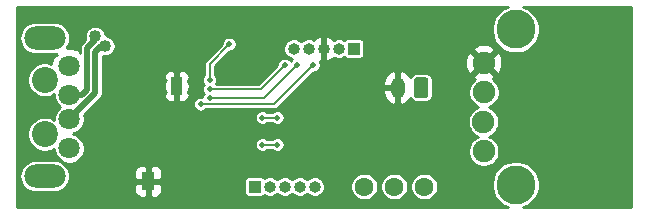
<source format=gbl>
G04 #@! TF.GenerationSoftware,KiCad,Pcbnew,(5.1.2)-1*
G04 #@! TF.CreationDate,2019-07-15T17:46:34-04:00*
G04 #@! TF.ProjectId,Charger Prototype,43686172-6765-4722-9050-726f746f7479,v1.0*
G04 #@! TF.SameCoordinates,Original*
G04 #@! TF.FileFunction,Copper,L2,Bot*
G04 #@! TF.FilePolarity,Positive*
%FSLAX46Y46*%
G04 Gerber Fmt 4.6, Leading zero omitted, Abs format (unit mm)*
G04 Created by KiCad (PCBNEW (5.1.2)-1) date 2019-07-15 17:46:34*
%MOMM*%
%LPD*%
G04 APERTURE LIST*
%ADD10C,0.100000*%
%ADD11C,0.800000*%
%ADD12R,1.100000X1.500000*%
%ADD13O,1.000000X1.000000*%
%ADD14R,1.000000X1.000000*%
%ADD15C,1.800000*%
%ADD16C,2.200000*%
%ADD17O,3.500000X2.000000*%
%ADD18O,1.200000X1.750000*%
%ADD19C,1.200000*%
%ADD20C,1.900000*%
%ADD21C,3.300000*%
%ADD22C,1.600000*%
%ADD23C,0.508000*%
%ADD24C,1.016000*%
%ADD25C,0.152400*%
%ADD26C,0.508000*%
%ADD27C,0.254000*%
G04 APERTURE END LIST*
D10*
G36*
X114459921Y-90182193D02*
G01*
X114463804Y-90182769D01*
X114467611Y-90183722D01*
X114471307Y-90185045D01*
X114474856Y-90186723D01*
X114478223Y-90188741D01*
X114481376Y-90191080D01*
X114484284Y-90193716D01*
X114486920Y-90196624D01*
X114489259Y-90199777D01*
X114491277Y-90203144D01*
X114492955Y-90206693D01*
X114494278Y-90210389D01*
X114495231Y-90214196D01*
X114495807Y-90218079D01*
X114496000Y-90222000D01*
X114496000Y-90942000D01*
X114495807Y-90945921D01*
X114495231Y-90949804D01*
X114494278Y-90953611D01*
X114492955Y-90957307D01*
X114491277Y-90960856D01*
X114489259Y-90964223D01*
X114486920Y-90967376D01*
X114484284Y-90970284D01*
X114481376Y-90972920D01*
X114478223Y-90975259D01*
X114474856Y-90977277D01*
X114471307Y-90978955D01*
X114467611Y-90980278D01*
X114463804Y-90981231D01*
X114459921Y-90981807D01*
X114456000Y-90982000D01*
X113636000Y-90982000D01*
X113632079Y-90981807D01*
X113628196Y-90981231D01*
X113624389Y-90980278D01*
X113620693Y-90978955D01*
X113617144Y-90977277D01*
X113613777Y-90975259D01*
X113610624Y-90972920D01*
X113607716Y-90970284D01*
X113605080Y-90967376D01*
X113602741Y-90964223D01*
X113600723Y-90960856D01*
X113599045Y-90957307D01*
X113597722Y-90953611D01*
X113596769Y-90949804D01*
X113596193Y-90945921D01*
X113596000Y-90942000D01*
X113596000Y-90222000D01*
X113596193Y-90218079D01*
X113596769Y-90214196D01*
X113597722Y-90210389D01*
X113599045Y-90206693D01*
X113600723Y-90203144D01*
X113602741Y-90199777D01*
X113605080Y-90196624D01*
X113607716Y-90193716D01*
X113610624Y-90191080D01*
X113613777Y-90188741D01*
X113617144Y-90186723D01*
X113620693Y-90185045D01*
X113624389Y-90183722D01*
X113628196Y-90182769D01*
X113632079Y-90182193D01*
X113636000Y-90182000D01*
X114456000Y-90182000D01*
X114459921Y-90182193D01*
X114459921Y-90182193D01*
G37*
D11*
X114046000Y-90582000D03*
D10*
G36*
X114459921Y-90882193D02*
G01*
X114463804Y-90882769D01*
X114467611Y-90883722D01*
X114471307Y-90885045D01*
X114474856Y-90886723D01*
X114478223Y-90888741D01*
X114481376Y-90891080D01*
X114484284Y-90893716D01*
X114486920Y-90896624D01*
X114489259Y-90899777D01*
X114491277Y-90903144D01*
X114492955Y-90906693D01*
X114494278Y-90910389D01*
X114495231Y-90914196D01*
X114495807Y-90918079D01*
X114496000Y-90922000D01*
X114496000Y-91642000D01*
X114495807Y-91645921D01*
X114495231Y-91649804D01*
X114494278Y-91653611D01*
X114492955Y-91657307D01*
X114491277Y-91660856D01*
X114489259Y-91664223D01*
X114486920Y-91667376D01*
X114484284Y-91670284D01*
X114481376Y-91672920D01*
X114478223Y-91675259D01*
X114474856Y-91677277D01*
X114471307Y-91678955D01*
X114467611Y-91680278D01*
X114463804Y-91681231D01*
X114459921Y-91681807D01*
X114456000Y-91682000D01*
X113636000Y-91682000D01*
X113632079Y-91681807D01*
X113628196Y-91681231D01*
X113624389Y-91680278D01*
X113620693Y-91678955D01*
X113617144Y-91677277D01*
X113613777Y-91675259D01*
X113610624Y-91672920D01*
X113607716Y-91670284D01*
X113605080Y-91667376D01*
X113602741Y-91664223D01*
X113600723Y-91660856D01*
X113599045Y-91657307D01*
X113597722Y-91653611D01*
X113596769Y-91649804D01*
X113596193Y-91645921D01*
X113596000Y-91642000D01*
X113596000Y-90922000D01*
X113596193Y-90918079D01*
X113596769Y-90914196D01*
X113597722Y-90910389D01*
X113599045Y-90906693D01*
X113600723Y-90903144D01*
X113602741Y-90899777D01*
X113605080Y-90896624D01*
X113607716Y-90893716D01*
X113610624Y-90891080D01*
X113613777Y-90888741D01*
X113617144Y-90886723D01*
X113620693Y-90885045D01*
X113624389Y-90883722D01*
X113628196Y-90882769D01*
X113632079Y-90882193D01*
X113636000Y-90882000D01*
X114456000Y-90882000D01*
X114459921Y-90882193D01*
X114459921Y-90882193D01*
G37*
D11*
X114046000Y-91282000D03*
D12*
X111633000Y-98996500D03*
D13*
X123952000Y-87757000D03*
X125222000Y-87757000D03*
X126492000Y-87757000D03*
X127762000Y-87757000D03*
D14*
X129032000Y-87757000D03*
D13*
X125730000Y-99441000D03*
X124460000Y-99441000D03*
X123190000Y-99441000D03*
X121920000Y-99441000D03*
D14*
X120650000Y-99441000D03*
D15*
X104970000Y-96210000D03*
X104970000Y-93710000D03*
X104970000Y-91710000D03*
X104970000Y-89210000D03*
D16*
X102870000Y-95010000D03*
X102870000Y-90410000D03*
D17*
X102870000Y-98560000D03*
X102870000Y-86860000D03*
D18*
X132747000Y-91059000D03*
D10*
G36*
X135121505Y-90185204D02*
G01*
X135145773Y-90188804D01*
X135169572Y-90194765D01*
X135192671Y-90203030D01*
X135214850Y-90213520D01*
X135235893Y-90226132D01*
X135255599Y-90240747D01*
X135273777Y-90257223D01*
X135290253Y-90275401D01*
X135304868Y-90295107D01*
X135317480Y-90316150D01*
X135327970Y-90338329D01*
X135336235Y-90361428D01*
X135342196Y-90385227D01*
X135345796Y-90409495D01*
X135347000Y-90433999D01*
X135347000Y-91684001D01*
X135345796Y-91708505D01*
X135342196Y-91732773D01*
X135336235Y-91756572D01*
X135327970Y-91779671D01*
X135317480Y-91801850D01*
X135304868Y-91822893D01*
X135290253Y-91842599D01*
X135273777Y-91860777D01*
X135255599Y-91877253D01*
X135235893Y-91891868D01*
X135214850Y-91904480D01*
X135192671Y-91914970D01*
X135169572Y-91923235D01*
X135145773Y-91929196D01*
X135121505Y-91932796D01*
X135097001Y-91934000D01*
X134396999Y-91934000D01*
X134372495Y-91932796D01*
X134348227Y-91929196D01*
X134324428Y-91923235D01*
X134301329Y-91914970D01*
X134279150Y-91904480D01*
X134258107Y-91891868D01*
X134238401Y-91877253D01*
X134220223Y-91860777D01*
X134203747Y-91842599D01*
X134189132Y-91822893D01*
X134176520Y-91801850D01*
X134166030Y-91779671D01*
X134157765Y-91756572D01*
X134151804Y-91732773D01*
X134148204Y-91708505D01*
X134147000Y-91684001D01*
X134147000Y-90433999D01*
X134148204Y-90409495D01*
X134151804Y-90385227D01*
X134157765Y-90361428D01*
X134166030Y-90338329D01*
X134176520Y-90316150D01*
X134189132Y-90295107D01*
X134203747Y-90275401D01*
X134220223Y-90257223D01*
X134238401Y-90240747D01*
X134258107Y-90226132D01*
X134279150Y-90213520D01*
X134301329Y-90203030D01*
X134324428Y-90194765D01*
X134348227Y-90188804D01*
X134372495Y-90185204D01*
X134396999Y-90184000D01*
X135097001Y-90184000D01*
X135121505Y-90185204D01*
X135121505Y-90185204D01*
G37*
D19*
X134747000Y-91059000D03*
D20*
X140038000Y-88960000D03*
X140048000Y-91460000D03*
X140023000Y-93960000D03*
X140038000Y-96460000D03*
D21*
X142748000Y-86140000D03*
X142748000Y-99280000D03*
D22*
X129921000Y-99441000D03*
X135001000Y-99441000D03*
X132461000Y-99441000D03*
D23*
X111252000Y-91059000D03*
X124460000Y-91186000D03*
X112141000Y-89027000D03*
X114935000Y-89027000D03*
X108712000Y-89535000D03*
X108712000Y-93726000D03*
X119380000Y-96901000D03*
X107061000Y-97917000D03*
D24*
X105537000Y-87249000D03*
D23*
X121793000Y-89027000D03*
X125603000Y-89154000D03*
X116078000Y-92456000D03*
X123190000Y-89154000D03*
X116840000Y-91186000D03*
D24*
X107155908Y-86708908D03*
X107982092Y-87535092D03*
D23*
X124206000Y-89154000D03*
X116840000Y-91948000D03*
X122555000Y-95885000D03*
X121285000Y-95885000D03*
X116840000Y-90424000D03*
X118491000Y-87376000D03*
X122555000Y-93599000D03*
X121285000Y-93599000D03*
D25*
X122301000Y-92456000D02*
X125603000Y-89154000D01*
X116078000Y-92456000D02*
X122301000Y-92456000D01*
X121158000Y-91186000D02*
X123190000Y-89154000D01*
X116840000Y-91186000D02*
X121158000Y-91186000D01*
D26*
X107155908Y-87068118D02*
X107155908Y-86708908D01*
X106476800Y-87747226D02*
X107155908Y-87068118D01*
X106476800Y-91269253D02*
X106476800Y-87747226D01*
X106036053Y-91710000D02*
X106476800Y-91269253D01*
X104970000Y-91710000D02*
X106036053Y-91710000D01*
X107622882Y-87535092D02*
X107982092Y-87535092D01*
X104970000Y-93710000D02*
X107137200Y-91542800D01*
X107137200Y-91542800D02*
X107137200Y-88020774D01*
X107137200Y-88020774D02*
X107622882Y-87535092D01*
D25*
X121412000Y-91948000D02*
X124206000Y-89154000D01*
X116840000Y-91948000D02*
X121412000Y-91948000D01*
X122555000Y-95885000D02*
X121285000Y-95885000D01*
X116840000Y-90424000D02*
X116840000Y-89027000D01*
X116840000Y-89027000D02*
X118491000Y-87376000D01*
X122555000Y-93599000D02*
X121285000Y-93599000D01*
D27*
G36*
X141785961Y-84340151D02*
G01*
X141453313Y-84562419D01*
X141170419Y-84845313D01*
X140948151Y-85177961D01*
X140795050Y-85547579D01*
X140717000Y-85939964D01*
X140717000Y-86340036D01*
X140795050Y-86732421D01*
X140948151Y-87102039D01*
X141170419Y-87434687D01*
X141453313Y-87717581D01*
X141785961Y-87939849D01*
X142155579Y-88092950D01*
X142547964Y-88171000D01*
X142948036Y-88171000D01*
X143340421Y-88092950D01*
X143710039Y-87939849D01*
X144042687Y-87717581D01*
X144325581Y-87434687D01*
X144547849Y-87102039D01*
X144700950Y-86732421D01*
X144779000Y-86340036D01*
X144779000Y-85939964D01*
X144700950Y-85547579D01*
X144547849Y-85177961D01*
X144325581Y-84845313D01*
X144042687Y-84562419D01*
X143710039Y-84340151D01*
X143404760Y-84213700D01*
X152514300Y-84213700D01*
X152514301Y-101206300D01*
X143404760Y-101206300D01*
X143710039Y-101079849D01*
X144042687Y-100857581D01*
X144325581Y-100574687D01*
X144547849Y-100242039D01*
X144700950Y-99872421D01*
X144779000Y-99480036D01*
X144779000Y-99079964D01*
X144700950Y-98687579D01*
X144547849Y-98317961D01*
X144325581Y-97985313D01*
X144042687Y-97702419D01*
X143710039Y-97480151D01*
X143340421Y-97327050D01*
X142948036Y-97249000D01*
X142547964Y-97249000D01*
X142155579Y-97327050D01*
X141785961Y-97480151D01*
X141453313Y-97702419D01*
X141170419Y-97985313D01*
X140948151Y-98317961D01*
X140795050Y-98687579D01*
X140717000Y-99079964D01*
X140717000Y-99480036D01*
X140795050Y-99872421D01*
X140948151Y-100242039D01*
X141170419Y-100574687D01*
X141453313Y-100857581D01*
X141785961Y-101079849D01*
X142091240Y-101206300D01*
X100520500Y-101206300D01*
X100520500Y-98560000D01*
X100732318Y-98560000D01*
X100758982Y-98830723D01*
X100837949Y-99091043D01*
X100966185Y-99330955D01*
X101138761Y-99541239D01*
X101349045Y-99713815D01*
X101588957Y-99842051D01*
X101849277Y-99921018D01*
X102052157Y-99941000D01*
X103687843Y-99941000D01*
X103890723Y-99921018D01*
X104151043Y-99842051D01*
X104329805Y-99746500D01*
X110444928Y-99746500D01*
X110457188Y-99870982D01*
X110493498Y-99990680D01*
X110552463Y-100100994D01*
X110631815Y-100197685D01*
X110728506Y-100277037D01*
X110838820Y-100336002D01*
X110958518Y-100372312D01*
X111083000Y-100384572D01*
X111347250Y-100381500D01*
X111506000Y-100222750D01*
X111506000Y-99123500D01*
X111760000Y-99123500D01*
X111760000Y-100222750D01*
X111918750Y-100381500D01*
X112183000Y-100384572D01*
X112307482Y-100372312D01*
X112427180Y-100336002D01*
X112537494Y-100277037D01*
X112634185Y-100197685D01*
X112713537Y-100100994D01*
X112772502Y-99990680D01*
X112808812Y-99870982D01*
X112821072Y-99746500D01*
X112818000Y-99282250D01*
X112659250Y-99123500D01*
X111760000Y-99123500D01*
X111506000Y-99123500D01*
X110606750Y-99123500D01*
X110448000Y-99282250D01*
X110444928Y-99746500D01*
X104329805Y-99746500D01*
X104390955Y-99713815D01*
X104601239Y-99541239D01*
X104773815Y-99330955D01*
X104902051Y-99091043D01*
X104947565Y-98941000D01*
X119767157Y-98941000D01*
X119767157Y-99941000D01*
X119774513Y-100015689D01*
X119796299Y-100087508D01*
X119831678Y-100153696D01*
X119879289Y-100211711D01*
X119937304Y-100259322D01*
X120003492Y-100294701D01*
X120075311Y-100316487D01*
X120150000Y-100323843D01*
X121150000Y-100323843D01*
X121224689Y-100316487D01*
X121296508Y-100294701D01*
X121362696Y-100259322D01*
X121420711Y-100211711D01*
X121442749Y-100184858D01*
X121581225Y-100258875D01*
X121747294Y-100309252D01*
X121876727Y-100322000D01*
X121963273Y-100322000D01*
X122092706Y-100309252D01*
X122258775Y-100258875D01*
X122411825Y-100177068D01*
X122545975Y-100066975D01*
X122555000Y-100055978D01*
X122564025Y-100066975D01*
X122698175Y-100177068D01*
X122851225Y-100258875D01*
X123017294Y-100309252D01*
X123146727Y-100322000D01*
X123233273Y-100322000D01*
X123362706Y-100309252D01*
X123528775Y-100258875D01*
X123681825Y-100177068D01*
X123815975Y-100066975D01*
X123825000Y-100055978D01*
X123834025Y-100066975D01*
X123968175Y-100177068D01*
X124121225Y-100258875D01*
X124287294Y-100309252D01*
X124416727Y-100322000D01*
X124503273Y-100322000D01*
X124632706Y-100309252D01*
X124798775Y-100258875D01*
X124951825Y-100177068D01*
X125085975Y-100066975D01*
X125095000Y-100055978D01*
X125104025Y-100066975D01*
X125238175Y-100177068D01*
X125391225Y-100258875D01*
X125557294Y-100309252D01*
X125686727Y-100322000D01*
X125773273Y-100322000D01*
X125902706Y-100309252D01*
X126068775Y-100258875D01*
X126221825Y-100177068D01*
X126355975Y-100066975D01*
X126466068Y-99932825D01*
X126547875Y-99779775D01*
X126598252Y-99613706D01*
X126615262Y-99441000D01*
X126603806Y-99324682D01*
X128740000Y-99324682D01*
X128740000Y-99557318D01*
X128785386Y-99785485D01*
X128874412Y-100000413D01*
X129003658Y-100193843D01*
X129168157Y-100358342D01*
X129361587Y-100487588D01*
X129576515Y-100576614D01*
X129804682Y-100622000D01*
X130037318Y-100622000D01*
X130265485Y-100576614D01*
X130480413Y-100487588D01*
X130673843Y-100358342D01*
X130838342Y-100193843D01*
X130967588Y-100000413D01*
X131056614Y-99785485D01*
X131102000Y-99557318D01*
X131102000Y-99324682D01*
X131280000Y-99324682D01*
X131280000Y-99557318D01*
X131325386Y-99785485D01*
X131414412Y-100000413D01*
X131543658Y-100193843D01*
X131708157Y-100358342D01*
X131901587Y-100487588D01*
X132116515Y-100576614D01*
X132344682Y-100622000D01*
X132577318Y-100622000D01*
X132805485Y-100576614D01*
X133020413Y-100487588D01*
X133213843Y-100358342D01*
X133378342Y-100193843D01*
X133507588Y-100000413D01*
X133596614Y-99785485D01*
X133642000Y-99557318D01*
X133642000Y-99324682D01*
X133820000Y-99324682D01*
X133820000Y-99557318D01*
X133865386Y-99785485D01*
X133954412Y-100000413D01*
X134083658Y-100193843D01*
X134248157Y-100358342D01*
X134441587Y-100487588D01*
X134656515Y-100576614D01*
X134884682Y-100622000D01*
X135117318Y-100622000D01*
X135345485Y-100576614D01*
X135560413Y-100487588D01*
X135753843Y-100358342D01*
X135918342Y-100193843D01*
X136047588Y-100000413D01*
X136136614Y-99785485D01*
X136182000Y-99557318D01*
X136182000Y-99324682D01*
X136136614Y-99096515D01*
X136047588Y-98881587D01*
X135918342Y-98688157D01*
X135753843Y-98523658D01*
X135560413Y-98394412D01*
X135345485Y-98305386D01*
X135117318Y-98260000D01*
X134884682Y-98260000D01*
X134656515Y-98305386D01*
X134441587Y-98394412D01*
X134248157Y-98523658D01*
X134083658Y-98688157D01*
X133954412Y-98881587D01*
X133865386Y-99096515D01*
X133820000Y-99324682D01*
X133642000Y-99324682D01*
X133596614Y-99096515D01*
X133507588Y-98881587D01*
X133378342Y-98688157D01*
X133213843Y-98523658D01*
X133020413Y-98394412D01*
X132805485Y-98305386D01*
X132577318Y-98260000D01*
X132344682Y-98260000D01*
X132116515Y-98305386D01*
X131901587Y-98394412D01*
X131708157Y-98523658D01*
X131543658Y-98688157D01*
X131414412Y-98881587D01*
X131325386Y-99096515D01*
X131280000Y-99324682D01*
X131102000Y-99324682D01*
X131056614Y-99096515D01*
X130967588Y-98881587D01*
X130838342Y-98688157D01*
X130673843Y-98523658D01*
X130480413Y-98394412D01*
X130265485Y-98305386D01*
X130037318Y-98260000D01*
X129804682Y-98260000D01*
X129576515Y-98305386D01*
X129361587Y-98394412D01*
X129168157Y-98523658D01*
X129003658Y-98688157D01*
X128874412Y-98881587D01*
X128785386Y-99096515D01*
X128740000Y-99324682D01*
X126603806Y-99324682D01*
X126598252Y-99268294D01*
X126547875Y-99102225D01*
X126466068Y-98949175D01*
X126355975Y-98815025D01*
X126221825Y-98704932D01*
X126068775Y-98623125D01*
X125902706Y-98572748D01*
X125773273Y-98560000D01*
X125686727Y-98560000D01*
X125557294Y-98572748D01*
X125391225Y-98623125D01*
X125238175Y-98704932D01*
X125104025Y-98815025D01*
X125095000Y-98826022D01*
X125085975Y-98815025D01*
X124951825Y-98704932D01*
X124798775Y-98623125D01*
X124632706Y-98572748D01*
X124503273Y-98560000D01*
X124416727Y-98560000D01*
X124287294Y-98572748D01*
X124121225Y-98623125D01*
X123968175Y-98704932D01*
X123834025Y-98815025D01*
X123825000Y-98826022D01*
X123815975Y-98815025D01*
X123681825Y-98704932D01*
X123528775Y-98623125D01*
X123362706Y-98572748D01*
X123233273Y-98560000D01*
X123146727Y-98560000D01*
X123017294Y-98572748D01*
X122851225Y-98623125D01*
X122698175Y-98704932D01*
X122564025Y-98815025D01*
X122555000Y-98826022D01*
X122545975Y-98815025D01*
X122411825Y-98704932D01*
X122258775Y-98623125D01*
X122092706Y-98572748D01*
X121963273Y-98560000D01*
X121876727Y-98560000D01*
X121747294Y-98572748D01*
X121581225Y-98623125D01*
X121442749Y-98697142D01*
X121420711Y-98670289D01*
X121362696Y-98622678D01*
X121296508Y-98587299D01*
X121224689Y-98565513D01*
X121150000Y-98558157D01*
X120150000Y-98558157D01*
X120075311Y-98565513D01*
X120003492Y-98587299D01*
X119937304Y-98622678D01*
X119879289Y-98670289D01*
X119831678Y-98728304D01*
X119796299Y-98794492D01*
X119774513Y-98866311D01*
X119767157Y-98941000D01*
X104947565Y-98941000D01*
X104981018Y-98830723D01*
X105007682Y-98560000D01*
X104981018Y-98289277D01*
X104968042Y-98246500D01*
X110444928Y-98246500D01*
X110448000Y-98710750D01*
X110606750Y-98869500D01*
X111506000Y-98869500D01*
X111506000Y-97770250D01*
X111760000Y-97770250D01*
X111760000Y-98869500D01*
X112659250Y-98869500D01*
X112818000Y-98710750D01*
X112821072Y-98246500D01*
X112808812Y-98122018D01*
X112772502Y-98002320D01*
X112713537Y-97892006D01*
X112634185Y-97795315D01*
X112537494Y-97715963D01*
X112427180Y-97656998D01*
X112307482Y-97620688D01*
X112183000Y-97608428D01*
X111918750Y-97611500D01*
X111760000Y-97770250D01*
X111506000Y-97770250D01*
X111347250Y-97611500D01*
X111083000Y-97608428D01*
X110958518Y-97620688D01*
X110838820Y-97656998D01*
X110728506Y-97715963D01*
X110631815Y-97795315D01*
X110552463Y-97892006D01*
X110493498Y-98002320D01*
X110457188Y-98122018D01*
X110444928Y-98246500D01*
X104968042Y-98246500D01*
X104902051Y-98028957D01*
X104773815Y-97789045D01*
X104601239Y-97578761D01*
X104390955Y-97406185D01*
X104151043Y-97277949D01*
X103890723Y-97198982D01*
X103687843Y-97179000D01*
X102052157Y-97179000D01*
X101849277Y-97198982D01*
X101588957Y-97277949D01*
X101349045Y-97406185D01*
X101138761Y-97578761D01*
X100966185Y-97789045D01*
X100837949Y-98028957D01*
X100758982Y-98289277D01*
X100732318Y-98560000D01*
X100520500Y-98560000D01*
X100520500Y-86860000D01*
X100732318Y-86860000D01*
X100758982Y-87130723D01*
X100837949Y-87391043D01*
X100966185Y-87630955D01*
X101138761Y-87841239D01*
X101349045Y-88013815D01*
X101588957Y-88142051D01*
X101849277Y-88221018D01*
X102052157Y-88241000D01*
X103687843Y-88241000D01*
X103809418Y-88229026D01*
X103905918Y-88325526D01*
X103651739Y-88409208D01*
X103520842Y-88681775D01*
X103445635Y-88974642D01*
X103441825Y-89043835D01*
X103301992Y-88985914D01*
X103015866Y-88929000D01*
X102724134Y-88929000D01*
X102438008Y-88985914D01*
X102168483Y-89097555D01*
X101925917Y-89259632D01*
X101719632Y-89465917D01*
X101557555Y-89708483D01*
X101445914Y-89978008D01*
X101389000Y-90264134D01*
X101389000Y-90555866D01*
X101445914Y-90841992D01*
X101557555Y-91111517D01*
X101719632Y-91354083D01*
X101925917Y-91560368D01*
X102168483Y-91722445D01*
X102438008Y-91834086D01*
X102724134Y-91891000D01*
X103015866Y-91891000D01*
X103301992Y-91834086D01*
X103571517Y-91722445D01*
X103689000Y-91643946D01*
X103689000Y-91836167D01*
X103738228Y-92083654D01*
X103834793Y-92316781D01*
X103974982Y-92526590D01*
X104153410Y-92705018D01*
X104160866Y-92710000D01*
X104153410Y-92714982D01*
X103974982Y-92893410D01*
X103834793Y-93103219D01*
X103738228Y-93336346D01*
X103689000Y-93583833D01*
X103689000Y-93776054D01*
X103571517Y-93697555D01*
X103301992Y-93585914D01*
X103015866Y-93529000D01*
X102724134Y-93529000D01*
X102438008Y-93585914D01*
X102168483Y-93697555D01*
X101925917Y-93859632D01*
X101719632Y-94065917D01*
X101557555Y-94308483D01*
X101445914Y-94578008D01*
X101389000Y-94864134D01*
X101389000Y-95155866D01*
X101445914Y-95441992D01*
X101557555Y-95711517D01*
X101719632Y-95954083D01*
X101925917Y-96160368D01*
X102168483Y-96322445D01*
X102438008Y-96434086D01*
X102724134Y-96491000D01*
X103015866Y-96491000D01*
X103301992Y-96434086D01*
X103571517Y-96322445D01*
X103689000Y-96243946D01*
X103689000Y-96336167D01*
X103738228Y-96583654D01*
X103834793Y-96816781D01*
X103974982Y-97026590D01*
X104153410Y-97205018D01*
X104363219Y-97345207D01*
X104596346Y-97441772D01*
X104843833Y-97491000D01*
X105096167Y-97491000D01*
X105343654Y-97441772D01*
X105576781Y-97345207D01*
X105786590Y-97205018D01*
X105965018Y-97026590D01*
X106105207Y-96816781D01*
X106201772Y-96583654D01*
X106251000Y-96336167D01*
X106251000Y-96083833D01*
X106201772Y-95836346D01*
X106196020Y-95822458D01*
X120650000Y-95822458D01*
X120650000Y-95947542D01*
X120674403Y-96070223D01*
X120722271Y-96185785D01*
X120791764Y-96289789D01*
X120880211Y-96378236D01*
X120984215Y-96447729D01*
X121099777Y-96495597D01*
X121222458Y-96520000D01*
X121347542Y-96520000D01*
X121470223Y-96495597D01*
X121585785Y-96447729D01*
X121689789Y-96378236D01*
X121725825Y-96342200D01*
X122114175Y-96342200D01*
X122150211Y-96378236D01*
X122254215Y-96447729D01*
X122369777Y-96495597D01*
X122492458Y-96520000D01*
X122617542Y-96520000D01*
X122740223Y-96495597D01*
X122855785Y-96447729D01*
X122959789Y-96378236D01*
X123048236Y-96289789D01*
X123117729Y-96185785D01*
X123165597Y-96070223D01*
X123190000Y-95947542D01*
X123190000Y-95822458D01*
X123165597Y-95699777D01*
X123117729Y-95584215D01*
X123048236Y-95480211D01*
X122959789Y-95391764D01*
X122855785Y-95322271D01*
X122740223Y-95274403D01*
X122617542Y-95250000D01*
X122492458Y-95250000D01*
X122369777Y-95274403D01*
X122254215Y-95322271D01*
X122150211Y-95391764D01*
X122114175Y-95427800D01*
X121725825Y-95427800D01*
X121689789Y-95391764D01*
X121585785Y-95322271D01*
X121470223Y-95274403D01*
X121347542Y-95250000D01*
X121222458Y-95250000D01*
X121099777Y-95274403D01*
X120984215Y-95322271D01*
X120880211Y-95391764D01*
X120791764Y-95480211D01*
X120722271Y-95584215D01*
X120674403Y-95699777D01*
X120650000Y-95822458D01*
X106196020Y-95822458D01*
X106105207Y-95603219D01*
X105965018Y-95393410D01*
X105786590Y-95214982D01*
X105576781Y-95074793D01*
X105343654Y-94978228D01*
X105252015Y-94960000D01*
X105343654Y-94941772D01*
X105576781Y-94845207D01*
X105786590Y-94705018D01*
X105965018Y-94526590D01*
X106105207Y-94316781D01*
X106201772Y-94083654D01*
X106251000Y-93836167D01*
X106251000Y-93583833D01*
X106241577Y-93536458D01*
X120650000Y-93536458D01*
X120650000Y-93661542D01*
X120674403Y-93784223D01*
X120722271Y-93899785D01*
X120791764Y-94003789D01*
X120880211Y-94092236D01*
X120984215Y-94161729D01*
X121099777Y-94209597D01*
X121222458Y-94234000D01*
X121347542Y-94234000D01*
X121470223Y-94209597D01*
X121585785Y-94161729D01*
X121689789Y-94092236D01*
X121725825Y-94056200D01*
X122114175Y-94056200D01*
X122150211Y-94092236D01*
X122254215Y-94161729D01*
X122369777Y-94209597D01*
X122492458Y-94234000D01*
X122617542Y-94234000D01*
X122740223Y-94209597D01*
X122855785Y-94161729D01*
X122959789Y-94092236D01*
X123048236Y-94003789D01*
X123117729Y-93899785D01*
X123147087Y-93828908D01*
X138692000Y-93828908D01*
X138692000Y-94091092D01*
X138743150Y-94348238D01*
X138843483Y-94590465D01*
X138989145Y-94808463D01*
X139174537Y-94993855D01*
X139392535Y-95139517D01*
X139570197Y-95213107D01*
X139407535Y-95280483D01*
X139189537Y-95426145D01*
X139004145Y-95611537D01*
X138858483Y-95829535D01*
X138758150Y-96071762D01*
X138707000Y-96328908D01*
X138707000Y-96591092D01*
X138758150Y-96848238D01*
X138858483Y-97090465D01*
X139004145Y-97308463D01*
X139189537Y-97493855D01*
X139407535Y-97639517D01*
X139649762Y-97739850D01*
X139906908Y-97791000D01*
X140169092Y-97791000D01*
X140426238Y-97739850D01*
X140668465Y-97639517D01*
X140886463Y-97493855D01*
X141071855Y-97308463D01*
X141217517Y-97090465D01*
X141317850Y-96848238D01*
X141369000Y-96591092D01*
X141369000Y-96328908D01*
X141317850Y-96071762D01*
X141217517Y-95829535D01*
X141071855Y-95611537D01*
X140886463Y-95426145D01*
X140668465Y-95280483D01*
X140490803Y-95206893D01*
X140653465Y-95139517D01*
X140871463Y-94993855D01*
X141056855Y-94808463D01*
X141202517Y-94590465D01*
X141302850Y-94348238D01*
X141354000Y-94091092D01*
X141354000Y-93828908D01*
X141302850Y-93571762D01*
X141202517Y-93329535D01*
X141056855Y-93111537D01*
X140871463Y-92926145D01*
X140653465Y-92780483D01*
X140495803Y-92715178D01*
X140678465Y-92639517D01*
X140896463Y-92493855D01*
X141081855Y-92308463D01*
X141227517Y-92090465D01*
X141327850Y-91848238D01*
X141379000Y-91591092D01*
X141379000Y-91328908D01*
X141327850Y-91071762D01*
X141227517Y-90829535D01*
X141081855Y-90611537D01*
X140896463Y-90426145D01*
X140794947Y-90358314D01*
X140868421Y-90319042D01*
X140958147Y-90059752D01*
X140038000Y-89139605D01*
X139117853Y-90059752D01*
X139207579Y-90319042D01*
X139295914Y-90361747D01*
X139199537Y-90426145D01*
X139014145Y-90611537D01*
X138868483Y-90829535D01*
X138768150Y-91071762D01*
X138717000Y-91328908D01*
X138717000Y-91591092D01*
X138768150Y-91848238D01*
X138868483Y-92090465D01*
X139014145Y-92308463D01*
X139199537Y-92493855D01*
X139417535Y-92639517D01*
X139575197Y-92704822D01*
X139392535Y-92780483D01*
X139174537Y-92926145D01*
X138989145Y-93111537D01*
X138843483Y-93329535D01*
X138743150Y-93571762D01*
X138692000Y-93828908D01*
X123147087Y-93828908D01*
X123165597Y-93784223D01*
X123190000Y-93661542D01*
X123190000Y-93536458D01*
X123165597Y-93413777D01*
X123117729Y-93298215D01*
X123048236Y-93194211D01*
X122959789Y-93105764D01*
X122855785Y-93036271D01*
X122740223Y-92988403D01*
X122617542Y-92964000D01*
X122492458Y-92964000D01*
X122369777Y-92988403D01*
X122254215Y-93036271D01*
X122150211Y-93105764D01*
X122114175Y-93141800D01*
X121725825Y-93141800D01*
X121689789Y-93105764D01*
X121585785Y-93036271D01*
X121470223Y-92988403D01*
X121347542Y-92964000D01*
X121222458Y-92964000D01*
X121099777Y-92988403D01*
X120984215Y-93036271D01*
X120880211Y-93105764D01*
X120791764Y-93194211D01*
X120722271Y-93298215D01*
X120674403Y-93413777D01*
X120650000Y-93536458D01*
X106241577Y-93536458D01*
X106208393Y-93369632D01*
X107184567Y-92393458D01*
X115443000Y-92393458D01*
X115443000Y-92518542D01*
X115467403Y-92641223D01*
X115515271Y-92756785D01*
X115584764Y-92860789D01*
X115673211Y-92949236D01*
X115777215Y-93018729D01*
X115892777Y-93066597D01*
X116015458Y-93091000D01*
X116140542Y-93091000D01*
X116263223Y-93066597D01*
X116378785Y-93018729D01*
X116482789Y-92949236D01*
X116518825Y-92913200D01*
X122278550Y-92913200D01*
X122301000Y-92915411D01*
X122323450Y-92913200D01*
X122323460Y-92913200D01*
X122390627Y-92906585D01*
X122476809Y-92880441D01*
X122556236Y-92837987D01*
X122625853Y-92780853D01*
X122640174Y-92763403D01*
X124217577Y-91186000D01*
X131512000Y-91186000D01*
X131512000Y-91461000D01*
X131560507Y-91699496D01*
X131654610Y-91923946D01*
X131790693Y-92125725D01*
X131963526Y-92297078D01*
X132166467Y-92431421D01*
X132391718Y-92523591D01*
X132429391Y-92527462D01*
X132620000Y-92402731D01*
X132620000Y-91186000D01*
X131512000Y-91186000D01*
X124217577Y-91186000D01*
X124746577Y-90657000D01*
X131512000Y-90657000D01*
X131512000Y-90932000D01*
X132620000Y-90932000D01*
X132620000Y-89715269D01*
X132874000Y-89715269D01*
X132874000Y-90932000D01*
X132894000Y-90932000D01*
X132894000Y-91186000D01*
X132874000Y-91186000D01*
X132874000Y-92402731D01*
X133064609Y-92527462D01*
X133102282Y-92523591D01*
X133327533Y-92431421D01*
X133530474Y-92297078D01*
X133703307Y-92125725D01*
X133823628Y-91947318D01*
X133870810Y-92035589D01*
X133949512Y-92131488D01*
X134045411Y-92210190D01*
X134154821Y-92268671D01*
X134273538Y-92304683D01*
X134396999Y-92316843D01*
X135097001Y-92316843D01*
X135220462Y-92304683D01*
X135339179Y-92268671D01*
X135448589Y-92210190D01*
X135544488Y-92131488D01*
X135623190Y-92035589D01*
X135681671Y-91926179D01*
X135717683Y-91807462D01*
X135729843Y-91684001D01*
X135729843Y-90433999D01*
X135717683Y-90310538D01*
X135681671Y-90191821D01*
X135623190Y-90082411D01*
X135544488Y-89986512D01*
X135448589Y-89907810D01*
X135339179Y-89849329D01*
X135220462Y-89813317D01*
X135097001Y-89801157D01*
X134396999Y-89801157D01*
X134273538Y-89813317D01*
X134154821Y-89849329D01*
X134045411Y-89907810D01*
X133949512Y-89986512D01*
X133870810Y-90082411D01*
X133823628Y-90170682D01*
X133703307Y-89992275D01*
X133530474Y-89820922D01*
X133327533Y-89686579D01*
X133102282Y-89594409D01*
X133064609Y-89590538D01*
X132874000Y-89715269D01*
X132620000Y-89715269D01*
X132429391Y-89590538D01*
X132391718Y-89594409D01*
X132166467Y-89686579D01*
X131963526Y-89820922D01*
X131790693Y-89992275D01*
X131654610Y-90194054D01*
X131560507Y-90418504D01*
X131512000Y-90657000D01*
X124746577Y-90657000D01*
X125614578Y-89789000D01*
X125665542Y-89789000D01*
X125788223Y-89764597D01*
X125903785Y-89716729D01*
X126007789Y-89647236D01*
X126096236Y-89558789D01*
X126165729Y-89454785D01*
X126213597Y-89339223D01*
X126238000Y-89216542D01*
X126238000Y-89091458D01*
X126224696Y-89024573D01*
X138446641Y-89024573D01*
X138489816Y-89333791D01*
X138592487Y-89628644D01*
X138678958Y-89790421D01*
X138938248Y-89880147D01*
X139858395Y-88960000D01*
X140217605Y-88960000D01*
X141137752Y-89880147D01*
X141397042Y-89790421D01*
X141532935Y-89509329D01*
X141611379Y-89207127D01*
X141629359Y-88895427D01*
X141586184Y-88586209D01*
X141483513Y-88291356D01*
X141397042Y-88129579D01*
X141137752Y-88039853D01*
X140217605Y-88960000D01*
X139858395Y-88960000D01*
X138938248Y-88039853D01*
X138678958Y-88129579D01*
X138543065Y-88410671D01*
X138464621Y-88712873D01*
X138446641Y-89024573D01*
X126224696Y-89024573D01*
X126213597Y-88968777D01*
X126165729Y-88853215D01*
X126157774Y-88841310D01*
X126190126Y-88851119D01*
X126365000Y-88724954D01*
X126365000Y-87884000D01*
X126345000Y-87884000D01*
X126345000Y-87630000D01*
X126365000Y-87630000D01*
X126365000Y-86789046D01*
X126619000Y-86789046D01*
X126619000Y-87630000D01*
X126639000Y-87630000D01*
X126639000Y-87884000D01*
X126619000Y-87884000D01*
X126619000Y-88724954D01*
X126793874Y-88851119D01*
X126848864Y-88834446D01*
X127052206Y-88744123D01*
X127234020Y-88615865D01*
X127323604Y-88521626D01*
X127423225Y-88574875D01*
X127589294Y-88625252D01*
X127718727Y-88638000D01*
X127805273Y-88638000D01*
X127934706Y-88625252D01*
X128100775Y-88574875D01*
X128239251Y-88500858D01*
X128261289Y-88527711D01*
X128319304Y-88575322D01*
X128385492Y-88610701D01*
X128457311Y-88632487D01*
X128532000Y-88639843D01*
X129532000Y-88639843D01*
X129606689Y-88632487D01*
X129678508Y-88610701D01*
X129744696Y-88575322D01*
X129802711Y-88527711D01*
X129850322Y-88469696D01*
X129885701Y-88403508D01*
X129907487Y-88331689D01*
X129914843Y-88257000D01*
X129914843Y-87860248D01*
X139117853Y-87860248D01*
X140038000Y-88780395D01*
X140958147Y-87860248D01*
X140868421Y-87600958D01*
X140587329Y-87465065D01*
X140285127Y-87386621D01*
X139973427Y-87368641D01*
X139664209Y-87411816D01*
X139369356Y-87514487D01*
X139207579Y-87600958D01*
X139117853Y-87860248D01*
X129914843Y-87860248D01*
X129914843Y-87257000D01*
X129907487Y-87182311D01*
X129885701Y-87110492D01*
X129850322Y-87044304D01*
X129802711Y-86986289D01*
X129744696Y-86938678D01*
X129678508Y-86903299D01*
X129606689Y-86881513D01*
X129532000Y-86874157D01*
X128532000Y-86874157D01*
X128457311Y-86881513D01*
X128385492Y-86903299D01*
X128319304Y-86938678D01*
X128261289Y-86986289D01*
X128239251Y-87013142D01*
X128100775Y-86939125D01*
X127934706Y-86888748D01*
X127805273Y-86876000D01*
X127718727Y-86876000D01*
X127589294Y-86888748D01*
X127423225Y-86939125D01*
X127323604Y-86992374D01*
X127234020Y-86898135D01*
X127052206Y-86769877D01*
X126848864Y-86679554D01*
X126793874Y-86662881D01*
X126619000Y-86789046D01*
X126365000Y-86789046D01*
X126190126Y-86662881D01*
X126135136Y-86679554D01*
X125931794Y-86769877D01*
X125749980Y-86898135D01*
X125660396Y-86992374D01*
X125560775Y-86939125D01*
X125394706Y-86888748D01*
X125265273Y-86876000D01*
X125178727Y-86876000D01*
X125049294Y-86888748D01*
X124883225Y-86939125D01*
X124730175Y-87020932D01*
X124596025Y-87131025D01*
X124587000Y-87142022D01*
X124577975Y-87131025D01*
X124443825Y-87020932D01*
X124290775Y-86939125D01*
X124124706Y-86888748D01*
X123995273Y-86876000D01*
X123908727Y-86876000D01*
X123779294Y-86888748D01*
X123613225Y-86939125D01*
X123460175Y-87020932D01*
X123326025Y-87131025D01*
X123215932Y-87265175D01*
X123134125Y-87418225D01*
X123083748Y-87584294D01*
X123066738Y-87757000D01*
X123083748Y-87929706D01*
X123134125Y-88095775D01*
X123215932Y-88248825D01*
X123326025Y-88382975D01*
X123460175Y-88493068D01*
X123613225Y-88574875D01*
X123779294Y-88625252D01*
X123844715Y-88631695D01*
X123801211Y-88660764D01*
X123712764Y-88749211D01*
X123698000Y-88771307D01*
X123683236Y-88749211D01*
X123594789Y-88660764D01*
X123490785Y-88591271D01*
X123375223Y-88543403D01*
X123252542Y-88519000D01*
X123127458Y-88519000D01*
X123004777Y-88543403D01*
X122889215Y-88591271D01*
X122785211Y-88660764D01*
X122696764Y-88749211D01*
X122627271Y-88853215D01*
X122579403Y-88968777D01*
X122555000Y-89091458D01*
X122555000Y-89142422D01*
X120968623Y-90728800D01*
X117400046Y-90728800D01*
X117402729Y-90724785D01*
X117450597Y-90609223D01*
X117475000Y-90486542D01*
X117475000Y-90361458D01*
X117450597Y-90238777D01*
X117402729Y-90123215D01*
X117333236Y-90019211D01*
X117297200Y-89983175D01*
X117297200Y-89216377D01*
X118502579Y-88011000D01*
X118553542Y-88011000D01*
X118676223Y-87986597D01*
X118791785Y-87938729D01*
X118895789Y-87869236D01*
X118984236Y-87780789D01*
X119053729Y-87676785D01*
X119101597Y-87561223D01*
X119126000Y-87438542D01*
X119126000Y-87313458D01*
X119101597Y-87190777D01*
X119053729Y-87075215D01*
X118984236Y-86971211D01*
X118895789Y-86882764D01*
X118791785Y-86813271D01*
X118676223Y-86765403D01*
X118553542Y-86741000D01*
X118428458Y-86741000D01*
X118305777Y-86765403D01*
X118190215Y-86813271D01*
X118086211Y-86882764D01*
X117997764Y-86971211D01*
X117928271Y-87075215D01*
X117880403Y-87190777D01*
X117856000Y-87313458D01*
X117856000Y-87364421D01*
X116532592Y-88687830D01*
X116515148Y-88702147D01*
X116500831Y-88719592D01*
X116500830Y-88719593D01*
X116458013Y-88771765D01*
X116424510Y-88834446D01*
X116415560Y-88851191D01*
X116401129Y-88898764D01*
X116389416Y-88937374D01*
X116380589Y-89027000D01*
X116382801Y-89049459D01*
X116382800Y-89983175D01*
X116346764Y-90019211D01*
X116277271Y-90123215D01*
X116229403Y-90238777D01*
X116205000Y-90361458D01*
X116205000Y-90486542D01*
X116229403Y-90609223D01*
X116277271Y-90724785D01*
X116330869Y-90805000D01*
X116277271Y-90885215D01*
X116229403Y-91000777D01*
X116205000Y-91123458D01*
X116205000Y-91248542D01*
X116229403Y-91371223D01*
X116277271Y-91486785D01*
X116330869Y-91567000D01*
X116277271Y-91647215D01*
X116229403Y-91762777D01*
X116214880Y-91835787D01*
X116140542Y-91821000D01*
X116015458Y-91821000D01*
X115892777Y-91845403D01*
X115777215Y-91893271D01*
X115673211Y-91962764D01*
X115584764Y-92051211D01*
X115515271Y-92155215D01*
X115467403Y-92270777D01*
X115443000Y-92393458D01*
X107184567Y-92393458D01*
X107564162Y-92013864D01*
X107588385Y-91993985D01*
X107608265Y-91969761D01*
X107608269Y-91969757D01*
X107667738Y-91897294D01*
X107726702Y-91786980D01*
X107746887Y-91720438D01*
X107763012Y-91667282D01*
X107772200Y-91573992D01*
X107772200Y-91573989D01*
X107775272Y-91542800D01*
X107772200Y-91511611D01*
X107772200Y-90182000D01*
X112957928Y-90182000D01*
X112961000Y-90296250D01*
X113119750Y-90455000D01*
X113124967Y-90455000D01*
X113065463Y-90527506D01*
X113006498Y-90637820D01*
X112970188Y-90757518D01*
X112957928Y-90882000D01*
X112959272Y-90932000D01*
X112957928Y-90982000D01*
X112970188Y-91106482D01*
X113006498Y-91226180D01*
X113065463Y-91336494D01*
X113124967Y-91409000D01*
X113119750Y-91409000D01*
X112961000Y-91567750D01*
X112957928Y-91682000D01*
X112970188Y-91806482D01*
X113006498Y-91926180D01*
X113065463Y-92036494D01*
X113144815Y-92133185D01*
X113241506Y-92212537D01*
X113351820Y-92271502D01*
X113471518Y-92307812D01*
X113596000Y-92320072D01*
X113760250Y-92317000D01*
X113919000Y-92158250D01*
X113919000Y-89705750D01*
X114173000Y-89705750D01*
X114173000Y-92158250D01*
X114331750Y-92317000D01*
X114496000Y-92320072D01*
X114620482Y-92307812D01*
X114740180Y-92271502D01*
X114850494Y-92212537D01*
X114947185Y-92133185D01*
X115026537Y-92036494D01*
X115085502Y-91926180D01*
X115121812Y-91806482D01*
X115134072Y-91682000D01*
X115131000Y-91567750D01*
X114972250Y-91409000D01*
X114967033Y-91409000D01*
X115026537Y-91336494D01*
X115085502Y-91226180D01*
X115121812Y-91106482D01*
X115134072Y-90982000D01*
X115132728Y-90932000D01*
X115134072Y-90882000D01*
X115121812Y-90757518D01*
X115085502Y-90637820D01*
X115026537Y-90527506D01*
X114967033Y-90455000D01*
X114972250Y-90455000D01*
X115131000Y-90296250D01*
X115134072Y-90182000D01*
X115121812Y-90057518D01*
X115085502Y-89937820D01*
X115026537Y-89827506D01*
X114947185Y-89730815D01*
X114850494Y-89651463D01*
X114740180Y-89592498D01*
X114620482Y-89556188D01*
X114496000Y-89543928D01*
X114331750Y-89547000D01*
X114173000Y-89705750D01*
X113919000Y-89705750D01*
X113760250Y-89547000D01*
X113596000Y-89543928D01*
X113471518Y-89556188D01*
X113351820Y-89592498D01*
X113241506Y-89651463D01*
X113144815Y-89730815D01*
X113065463Y-89827506D01*
X113006498Y-89937820D01*
X112970188Y-90057518D01*
X112957928Y-90182000D01*
X107772200Y-90182000D01*
X107772200Y-88399758D01*
X107894533Y-88424092D01*
X108069651Y-88424092D01*
X108241404Y-88389928D01*
X108403191Y-88322913D01*
X108548796Y-88225623D01*
X108672623Y-88101796D01*
X108769913Y-87956191D01*
X108836928Y-87794404D01*
X108871092Y-87622651D01*
X108871092Y-87447533D01*
X108836928Y-87275780D01*
X108769913Y-87113993D01*
X108672623Y-86968388D01*
X108548796Y-86844561D01*
X108403191Y-86747271D01*
X108241404Y-86680256D01*
X108069651Y-86646092D01*
X108044908Y-86646092D01*
X108044908Y-86621349D01*
X108010744Y-86449596D01*
X107943729Y-86287809D01*
X107846439Y-86142204D01*
X107722612Y-86018377D01*
X107577007Y-85921087D01*
X107415220Y-85854072D01*
X107243467Y-85819908D01*
X107068349Y-85819908D01*
X106896596Y-85854072D01*
X106734809Y-85921087D01*
X106589204Y-86018377D01*
X106465377Y-86142204D01*
X106368087Y-86287809D01*
X106301072Y-86449596D01*
X106266908Y-86621349D01*
X106266908Y-86796467D01*
X106301072Y-86968220D01*
X106317682Y-87008319D01*
X106049845Y-87276157D01*
X106025616Y-87296041D01*
X106005732Y-87320270D01*
X105946263Y-87392733D01*
X105887298Y-87503047D01*
X105869651Y-87561223D01*
X105850989Y-87622744D01*
X105845667Y-87676785D01*
X105838729Y-87747226D01*
X105841801Y-87778417D01*
X105841801Y-88107423D01*
X105770792Y-87891739D01*
X105498225Y-87760842D01*
X105205358Y-87685635D01*
X104903447Y-87669009D01*
X104721317Y-87694924D01*
X104773815Y-87630955D01*
X104902051Y-87391043D01*
X104981018Y-87130723D01*
X105007682Y-86860000D01*
X104981018Y-86589277D01*
X104902051Y-86328957D01*
X104773815Y-86089045D01*
X104601239Y-85878761D01*
X104390955Y-85706185D01*
X104151043Y-85577949D01*
X103890723Y-85498982D01*
X103687843Y-85479000D01*
X102052157Y-85479000D01*
X101849277Y-85498982D01*
X101588957Y-85577949D01*
X101349045Y-85706185D01*
X101138761Y-85878761D01*
X100966185Y-86089045D01*
X100837949Y-86328957D01*
X100758982Y-86589277D01*
X100732318Y-86860000D01*
X100520500Y-86860000D01*
X100520500Y-84213700D01*
X142091240Y-84213700D01*
X141785961Y-84340151D01*
X141785961Y-84340151D01*
G37*
X141785961Y-84340151D02*
X141453313Y-84562419D01*
X141170419Y-84845313D01*
X140948151Y-85177961D01*
X140795050Y-85547579D01*
X140717000Y-85939964D01*
X140717000Y-86340036D01*
X140795050Y-86732421D01*
X140948151Y-87102039D01*
X141170419Y-87434687D01*
X141453313Y-87717581D01*
X141785961Y-87939849D01*
X142155579Y-88092950D01*
X142547964Y-88171000D01*
X142948036Y-88171000D01*
X143340421Y-88092950D01*
X143710039Y-87939849D01*
X144042687Y-87717581D01*
X144325581Y-87434687D01*
X144547849Y-87102039D01*
X144700950Y-86732421D01*
X144779000Y-86340036D01*
X144779000Y-85939964D01*
X144700950Y-85547579D01*
X144547849Y-85177961D01*
X144325581Y-84845313D01*
X144042687Y-84562419D01*
X143710039Y-84340151D01*
X143404760Y-84213700D01*
X152514300Y-84213700D01*
X152514301Y-101206300D01*
X143404760Y-101206300D01*
X143710039Y-101079849D01*
X144042687Y-100857581D01*
X144325581Y-100574687D01*
X144547849Y-100242039D01*
X144700950Y-99872421D01*
X144779000Y-99480036D01*
X144779000Y-99079964D01*
X144700950Y-98687579D01*
X144547849Y-98317961D01*
X144325581Y-97985313D01*
X144042687Y-97702419D01*
X143710039Y-97480151D01*
X143340421Y-97327050D01*
X142948036Y-97249000D01*
X142547964Y-97249000D01*
X142155579Y-97327050D01*
X141785961Y-97480151D01*
X141453313Y-97702419D01*
X141170419Y-97985313D01*
X140948151Y-98317961D01*
X140795050Y-98687579D01*
X140717000Y-99079964D01*
X140717000Y-99480036D01*
X140795050Y-99872421D01*
X140948151Y-100242039D01*
X141170419Y-100574687D01*
X141453313Y-100857581D01*
X141785961Y-101079849D01*
X142091240Y-101206300D01*
X100520500Y-101206300D01*
X100520500Y-98560000D01*
X100732318Y-98560000D01*
X100758982Y-98830723D01*
X100837949Y-99091043D01*
X100966185Y-99330955D01*
X101138761Y-99541239D01*
X101349045Y-99713815D01*
X101588957Y-99842051D01*
X101849277Y-99921018D01*
X102052157Y-99941000D01*
X103687843Y-99941000D01*
X103890723Y-99921018D01*
X104151043Y-99842051D01*
X104329805Y-99746500D01*
X110444928Y-99746500D01*
X110457188Y-99870982D01*
X110493498Y-99990680D01*
X110552463Y-100100994D01*
X110631815Y-100197685D01*
X110728506Y-100277037D01*
X110838820Y-100336002D01*
X110958518Y-100372312D01*
X111083000Y-100384572D01*
X111347250Y-100381500D01*
X111506000Y-100222750D01*
X111506000Y-99123500D01*
X111760000Y-99123500D01*
X111760000Y-100222750D01*
X111918750Y-100381500D01*
X112183000Y-100384572D01*
X112307482Y-100372312D01*
X112427180Y-100336002D01*
X112537494Y-100277037D01*
X112634185Y-100197685D01*
X112713537Y-100100994D01*
X112772502Y-99990680D01*
X112808812Y-99870982D01*
X112821072Y-99746500D01*
X112818000Y-99282250D01*
X112659250Y-99123500D01*
X111760000Y-99123500D01*
X111506000Y-99123500D01*
X110606750Y-99123500D01*
X110448000Y-99282250D01*
X110444928Y-99746500D01*
X104329805Y-99746500D01*
X104390955Y-99713815D01*
X104601239Y-99541239D01*
X104773815Y-99330955D01*
X104902051Y-99091043D01*
X104947565Y-98941000D01*
X119767157Y-98941000D01*
X119767157Y-99941000D01*
X119774513Y-100015689D01*
X119796299Y-100087508D01*
X119831678Y-100153696D01*
X119879289Y-100211711D01*
X119937304Y-100259322D01*
X120003492Y-100294701D01*
X120075311Y-100316487D01*
X120150000Y-100323843D01*
X121150000Y-100323843D01*
X121224689Y-100316487D01*
X121296508Y-100294701D01*
X121362696Y-100259322D01*
X121420711Y-100211711D01*
X121442749Y-100184858D01*
X121581225Y-100258875D01*
X121747294Y-100309252D01*
X121876727Y-100322000D01*
X121963273Y-100322000D01*
X122092706Y-100309252D01*
X122258775Y-100258875D01*
X122411825Y-100177068D01*
X122545975Y-100066975D01*
X122555000Y-100055978D01*
X122564025Y-100066975D01*
X122698175Y-100177068D01*
X122851225Y-100258875D01*
X123017294Y-100309252D01*
X123146727Y-100322000D01*
X123233273Y-100322000D01*
X123362706Y-100309252D01*
X123528775Y-100258875D01*
X123681825Y-100177068D01*
X123815975Y-100066975D01*
X123825000Y-100055978D01*
X123834025Y-100066975D01*
X123968175Y-100177068D01*
X124121225Y-100258875D01*
X124287294Y-100309252D01*
X124416727Y-100322000D01*
X124503273Y-100322000D01*
X124632706Y-100309252D01*
X124798775Y-100258875D01*
X124951825Y-100177068D01*
X125085975Y-100066975D01*
X125095000Y-100055978D01*
X125104025Y-100066975D01*
X125238175Y-100177068D01*
X125391225Y-100258875D01*
X125557294Y-100309252D01*
X125686727Y-100322000D01*
X125773273Y-100322000D01*
X125902706Y-100309252D01*
X126068775Y-100258875D01*
X126221825Y-100177068D01*
X126355975Y-100066975D01*
X126466068Y-99932825D01*
X126547875Y-99779775D01*
X126598252Y-99613706D01*
X126615262Y-99441000D01*
X126603806Y-99324682D01*
X128740000Y-99324682D01*
X128740000Y-99557318D01*
X128785386Y-99785485D01*
X128874412Y-100000413D01*
X129003658Y-100193843D01*
X129168157Y-100358342D01*
X129361587Y-100487588D01*
X129576515Y-100576614D01*
X129804682Y-100622000D01*
X130037318Y-100622000D01*
X130265485Y-100576614D01*
X130480413Y-100487588D01*
X130673843Y-100358342D01*
X130838342Y-100193843D01*
X130967588Y-100000413D01*
X131056614Y-99785485D01*
X131102000Y-99557318D01*
X131102000Y-99324682D01*
X131280000Y-99324682D01*
X131280000Y-99557318D01*
X131325386Y-99785485D01*
X131414412Y-100000413D01*
X131543658Y-100193843D01*
X131708157Y-100358342D01*
X131901587Y-100487588D01*
X132116515Y-100576614D01*
X132344682Y-100622000D01*
X132577318Y-100622000D01*
X132805485Y-100576614D01*
X133020413Y-100487588D01*
X133213843Y-100358342D01*
X133378342Y-100193843D01*
X133507588Y-100000413D01*
X133596614Y-99785485D01*
X133642000Y-99557318D01*
X133642000Y-99324682D01*
X133820000Y-99324682D01*
X133820000Y-99557318D01*
X133865386Y-99785485D01*
X133954412Y-100000413D01*
X134083658Y-100193843D01*
X134248157Y-100358342D01*
X134441587Y-100487588D01*
X134656515Y-100576614D01*
X134884682Y-100622000D01*
X135117318Y-100622000D01*
X135345485Y-100576614D01*
X135560413Y-100487588D01*
X135753843Y-100358342D01*
X135918342Y-100193843D01*
X136047588Y-100000413D01*
X136136614Y-99785485D01*
X136182000Y-99557318D01*
X136182000Y-99324682D01*
X136136614Y-99096515D01*
X136047588Y-98881587D01*
X135918342Y-98688157D01*
X135753843Y-98523658D01*
X135560413Y-98394412D01*
X135345485Y-98305386D01*
X135117318Y-98260000D01*
X134884682Y-98260000D01*
X134656515Y-98305386D01*
X134441587Y-98394412D01*
X134248157Y-98523658D01*
X134083658Y-98688157D01*
X133954412Y-98881587D01*
X133865386Y-99096515D01*
X133820000Y-99324682D01*
X133642000Y-99324682D01*
X133596614Y-99096515D01*
X133507588Y-98881587D01*
X133378342Y-98688157D01*
X133213843Y-98523658D01*
X133020413Y-98394412D01*
X132805485Y-98305386D01*
X132577318Y-98260000D01*
X132344682Y-98260000D01*
X132116515Y-98305386D01*
X131901587Y-98394412D01*
X131708157Y-98523658D01*
X131543658Y-98688157D01*
X131414412Y-98881587D01*
X131325386Y-99096515D01*
X131280000Y-99324682D01*
X131102000Y-99324682D01*
X131056614Y-99096515D01*
X130967588Y-98881587D01*
X130838342Y-98688157D01*
X130673843Y-98523658D01*
X130480413Y-98394412D01*
X130265485Y-98305386D01*
X130037318Y-98260000D01*
X129804682Y-98260000D01*
X129576515Y-98305386D01*
X129361587Y-98394412D01*
X129168157Y-98523658D01*
X129003658Y-98688157D01*
X128874412Y-98881587D01*
X128785386Y-99096515D01*
X128740000Y-99324682D01*
X126603806Y-99324682D01*
X126598252Y-99268294D01*
X126547875Y-99102225D01*
X126466068Y-98949175D01*
X126355975Y-98815025D01*
X126221825Y-98704932D01*
X126068775Y-98623125D01*
X125902706Y-98572748D01*
X125773273Y-98560000D01*
X125686727Y-98560000D01*
X125557294Y-98572748D01*
X125391225Y-98623125D01*
X125238175Y-98704932D01*
X125104025Y-98815025D01*
X125095000Y-98826022D01*
X125085975Y-98815025D01*
X124951825Y-98704932D01*
X124798775Y-98623125D01*
X124632706Y-98572748D01*
X124503273Y-98560000D01*
X124416727Y-98560000D01*
X124287294Y-98572748D01*
X124121225Y-98623125D01*
X123968175Y-98704932D01*
X123834025Y-98815025D01*
X123825000Y-98826022D01*
X123815975Y-98815025D01*
X123681825Y-98704932D01*
X123528775Y-98623125D01*
X123362706Y-98572748D01*
X123233273Y-98560000D01*
X123146727Y-98560000D01*
X123017294Y-98572748D01*
X122851225Y-98623125D01*
X122698175Y-98704932D01*
X122564025Y-98815025D01*
X122555000Y-98826022D01*
X122545975Y-98815025D01*
X122411825Y-98704932D01*
X122258775Y-98623125D01*
X122092706Y-98572748D01*
X121963273Y-98560000D01*
X121876727Y-98560000D01*
X121747294Y-98572748D01*
X121581225Y-98623125D01*
X121442749Y-98697142D01*
X121420711Y-98670289D01*
X121362696Y-98622678D01*
X121296508Y-98587299D01*
X121224689Y-98565513D01*
X121150000Y-98558157D01*
X120150000Y-98558157D01*
X120075311Y-98565513D01*
X120003492Y-98587299D01*
X119937304Y-98622678D01*
X119879289Y-98670289D01*
X119831678Y-98728304D01*
X119796299Y-98794492D01*
X119774513Y-98866311D01*
X119767157Y-98941000D01*
X104947565Y-98941000D01*
X104981018Y-98830723D01*
X105007682Y-98560000D01*
X104981018Y-98289277D01*
X104968042Y-98246500D01*
X110444928Y-98246500D01*
X110448000Y-98710750D01*
X110606750Y-98869500D01*
X111506000Y-98869500D01*
X111506000Y-97770250D01*
X111760000Y-97770250D01*
X111760000Y-98869500D01*
X112659250Y-98869500D01*
X112818000Y-98710750D01*
X112821072Y-98246500D01*
X112808812Y-98122018D01*
X112772502Y-98002320D01*
X112713537Y-97892006D01*
X112634185Y-97795315D01*
X112537494Y-97715963D01*
X112427180Y-97656998D01*
X112307482Y-97620688D01*
X112183000Y-97608428D01*
X111918750Y-97611500D01*
X111760000Y-97770250D01*
X111506000Y-97770250D01*
X111347250Y-97611500D01*
X111083000Y-97608428D01*
X110958518Y-97620688D01*
X110838820Y-97656998D01*
X110728506Y-97715963D01*
X110631815Y-97795315D01*
X110552463Y-97892006D01*
X110493498Y-98002320D01*
X110457188Y-98122018D01*
X110444928Y-98246500D01*
X104968042Y-98246500D01*
X104902051Y-98028957D01*
X104773815Y-97789045D01*
X104601239Y-97578761D01*
X104390955Y-97406185D01*
X104151043Y-97277949D01*
X103890723Y-97198982D01*
X103687843Y-97179000D01*
X102052157Y-97179000D01*
X101849277Y-97198982D01*
X101588957Y-97277949D01*
X101349045Y-97406185D01*
X101138761Y-97578761D01*
X100966185Y-97789045D01*
X100837949Y-98028957D01*
X100758982Y-98289277D01*
X100732318Y-98560000D01*
X100520500Y-98560000D01*
X100520500Y-86860000D01*
X100732318Y-86860000D01*
X100758982Y-87130723D01*
X100837949Y-87391043D01*
X100966185Y-87630955D01*
X101138761Y-87841239D01*
X101349045Y-88013815D01*
X101588957Y-88142051D01*
X101849277Y-88221018D01*
X102052157Y-88241000D01*
X103687843Y-88241000D01*
X103809418Y-88229026D01*
X103905918Y-88325526D01*
X103651739Y-88409208D01*
X103520842Y-88681775D01*
X103445635Y-88974642D01*
X103441825Y-89043835D01*
X103301992Y-88985914D01*
X103015866Y-88929000D01*
X102724134Y-88929000D01*
X102438008Y-88985914D01*
X102168483Y-89097555D01*
X101925917Y-89259632D01*
X101719632Y-89465917D01*
X101557555Y-89708483D01*
X101445914Y-89978008D01*
X101389000Y-90264134D01*
X101389000Y-90555866D01*
X101445914Y-90841992D01*
X101557555Y-91111517D01*
X101719632Y-91354083D01*
X101925917Y-91560368D01*
X102168483Y-91722445D01*
X102438008Y-91834086D01*
X102724134Y-91891000D01*
X103015866Y-91891000D01*
X103301992Y-91834086D01*
X103571517Y-91722445D01*
X103689000Y-91643946D01*
X103689000Y-91836167D01*
X103738228Y-92083654D01*
X103834793Y-92316781D01*
X103974982Y-92526590D01*
X104153410Y-92705018D01*
X104160866Y-92710000D01*
X104153410Y-92714982D01*
X103974982Y-92893410D01*
X103834793Y-93103219D01*
X103738228Y-93336346D01*
X103689000Y-93583833D01*
X103689000Y-93776054D01*
X103571517Y-93697555D01*
X103301992Y-93585914D01*
X103015866Y-93529000D01*
X102724134Y-93529000D01*
X102438008Y-93585914D01*
X102168483Y-93697555D01*
X101925917Y-93859632D01*
X101719632Y-94065917D01*
X101557555Y-94308483D01*
X101445914Y-94578008D01*
X101389000Y-94864134D01*
X101389000Y-95155866D01*
X101445914Y-95441992D01*
X101557555Y-95711517D01*
X101719632Y-95954083D01*
X101925917Y-96160368D01*
X102168483Y-96322445D01*
X102438008Y-96434086D01*
X102724134Y-96491000D01*
X103015866Y-96491000D01*
X103301992Y-96434086D01*
X103571517Y-96322445D01*
X103689000Y-96243946D01*
X103689000Y-96336167D01*
X103738228Y-96583654D01*
X103834793Y-96816781D01*
X103974982Y-97026590D01*
X104153410Y-97205018D01*
X104363219Y-97345207D01*
X104596346Y-97441772D01*
X104843833Y-97491000D01*
X105096167Y-97491000D01*
X105343654Y-97441772D01*
X105576781Y-97345207D01*
X105786590Y-97205018D01*
X105965018Y-97026590D01*
X106105207Y-96816781D01*
X106201772Y-96583654D01*
X106251000Y-96336167D01*
X106251000Y-96083833D01*
X106201772Y-95836346D01*
X106196020Y-95822458D01*
X120650000Y-95822458D01*
X120650000Y-95947542D01*
X120674403Y-96070223D01*
X120722271Y-96185785D01*
X120791764Y-96289789D01*
X120880211Y-96378236D01*
X120984215Y-96447729D01*
X121099777Y-96495597D01*
X121222458Y-96520000D01*
X121347542Y-96520000D01*
X121470223Y-96495597D01*
X121585785Y-96447729D01*
X121689789Y-96378236D01*
X121725825Y-96342200D01*
X122114175Y-96342200D01*
X122150211Y-96378236D01*
X122254215Y-96447729D01*
X122369777Y-96495597D01*
X122492458Y-96520000D01*
X122617542Y-96520000D01*
X122740223Y-96495597D01*
X122855785Y-96447729D01*
X122959789Y-96378236D01*
X123048236Y-96289789D01*
X123117729Y-96185785D01*
X123165597Y-96070223D01*
X123190000Y-95947542D01*
X123190000Y-95822458D01*
X123165597Y-95699777D01*
X123117729Y-95584215D01*
X123048236Y-95480211D01*
X122959789Y-95391764D01*
X122855785Y-95322271D01*
X122740223Y-95274403D01*
X122617542Y-95250000D01*
X122492458Y-95250000D01*
X122369777Y-95274403D01*
X122254215Y-95322271D01*
X122150211Y-95391764D01*
X122114175Y-95427800D01*
X121725825Y-95427800D01*
X121689789Y-95391764D01*
X121585785Y-95322271D01*
X121470223Y-95274403D01*
X121347542Y-95250000D01*
X121222458Y-95250000D01*
X121099777Y-95274403D01*
X120984215Y-95322271D01*
X120880211Y-95391764D01*
X120791764Y-95480211D01*
X120722271Y-95584215D01*
X120674403Y-95699777D01*
X120650000Y-95822458D01*
X106196020Y-95822458D01*
X106105207Y-95603219D01*
X105965018Y-95393410D01*
X105786590Y-95214982D01*
X105576781Y-95074793D01*
X105343654Y-94978228D01*
X105252015Y-94960000D01*
X105343654Y-94941772D01*
X105576781Y-94845207D01*
X105786590Y-94705018D01*
X105965018Y-94526590D01*
X106105207Y-94316781D01*
X106201772Y-94083654D01*
X106251000Y-93836167D01*
X106251000Y-93583833D01*
X106241577Y-93536458D01*
X120650000Y-93536458D01*
X120650000Y-93661542D01*
X120674403Y-93784223D01*
X120722271Y-93899785D01*
X120791764Y-94003789D01*
X120880211Y-94092236D01*
X120984215Y-94161729D01*
X121099777Y-94209597D01*
X121222458Y-94234000D01*
X121347542Y-94234000D01*
X121470223Y-94209597D01*
X121585785Y-94161729D01*
X121689789Y-94092236D01*
X121725825Y-94056200D01*
X122114175Y-94056200D01*
X122150211Y-94092236D01*
X122254215Y-94161729D01*
X122369777Y-94209597D01*
X122492458Y-94234000D01*
X122617542Y-94234000D01*
X122740223Y-94209597D01*
X122855785Y-94161729D01*
X122959789Y-94092236D01*
X123048236Y-94003789D01*
X123117729Y-93899785D01*
X123147087Y-93828908D01*
X138692000Y-93828908D01*
X138692000Y-94091092D01*
X138743150Y-94348238D01*
X138843483Y-94590465D01*
X138989145Y-94808463D01*
X139174537Y-94993855D01*
X139392535Y-95139517D01*
X139570197Y-95213107D01*
X139407535Y-95280483D01*
X139189537Y-95426145D01*
X139004145Y-95611537D01*
X138858483Y-95829535D01*
X138758150Y-96071762D01*
X138707000Y-96328908D01*
X138707000Y-96591092D01*
X138758150Y-96848238D01*
X138858483Y-97090465D01*
X139004145Y-97308463D01*
X139189537Y-97493855D01*
X139407535Y-97639517D01*
X139649762Y-97739850D01*
X139906908Y-97791000D01*
X140169092Y-97791000D01*
X140426238Y-97739850D01*
X140668465Y-97639517D01*
X140886463Y-97493855D01*
X141071855Y-97308463D01*
X141217517Y-97090465D01*
X141317850Y-96848238D01*
X141369000Y-96591092D01*
X141369000Y-96328908D01*
X141317850Y-96071762D01*
X141217517Y-95829535D01*
X141071855Y-95611537D01*
X140886463Y-95426145D01*
X140668465Y-95280483D01*
X140490803Y-95206893D01*
X140653465Y-95139517D01*
X140871463Y-94993855D01*
X141056855Y-94808463D01*
X141202517Y-94590465D01*
X141302850Y-94348238D01*
X141354000Y-94091092D01*
X141354000Y-93828908D01*
X141302850Y-93571762D01*
X141202517Y-93329535D01*
X141056855Y-93111537D01*
X140871463Y-92926145D01*
X140653465Y-92780483D01*
X140495803Y-92715178D01*
X140678465Y-92639517D01*
X140896463Y-92493855D01*
X141081855Y-92308463D01*
X141227517Y-92090465D01*
X141327850Y-91848238D01*
X141379000Y-91591092D01*
X141379000Y-91328908D01*
X141327850Y-91071762D01*
X141227517Y-90829535D01*
X141081855Y-90611537D01*
X140896463Y-90426145D01*
X140794947Y-90358314D01*
X140868421Y-90319042D01*
X140958147Y-90059752D01*
X140038000Y-89139605D01*
X139117853Y-90059752D01*
X139207579Y-90319042D01*
X139295914Y-90361747D01*
X139199537Y-90426145D01*
X139014145Y-90611537D01*
X138868483Y-90829535D01*
X138768150Y-91071762D01*
X138717000Y-91328908D01*
X138717000Y-91591092D01*
X138768150Y-91848238D01*
X138868483Y-92090465D01*
X139014145Y-92308463D01*
X139199537Y-92493855D01*
X139417535Y-92639517D01*
X139575197Y-92704822D01*
X139392535Y-92780483D01*
X139174537Y-92926145D01*
X138989145Y-93111537D01*
X138843483Y-93329535D01*
X138743150Y-93571762D01*
X138692000Y-93828908D01*
X123147087Y-93828908D01*
X123165597Y-93784223D01*
X123190000Y-93661542D01*
X123190000Y-93536458D01*
X123165597Y-93413777D01*
X123117729Y-93298215D01*
X123048236Y-93194211D01*
X122959789Y-93105764D01*
X122855785Y-93036271D01*
X122740223Y-92988403D01*
X122617542Y-92964000D01*
X122492458Y-92964000D01*
X122369777Y-92988403D01*
X122254215Y-93036271D01*
X122150211Y-93105764D01*
X122114175Y-93141800D01*
X121725825Y-93141800D01*
X121689789Y-93105764D01*
X121585785Y-93036271D01*
X121470223Y-92988403D01*
X121347542Y-92964000D01*
X121222458Y-92964000D01*
X121099777Y-92988403D01*
X120984215Y-93036271D01*
X120880211Y-93105764D01*
X120791764Y-93194211D01*
X120722271Y-93298215D01*
X120674403Y-93413777D01*
X120650000Y-93536458D01*
X106241577Y-93536458D01*
X106208393Y-93369632D01*
X107184567Y-92393458D01*
X115443000Y-92393458D01*
X115443000Y-92518542D01*
X115467403Y-92641223D01*
X115515271Y-92756785D01*
X115584764Y-92860789D01*
X115673211Y-92949236D01*
X115777215Y-93018729D01*
X115892777Y-93066597D01*
X116015458Y-93091000D01*
X116140542Y-93091000D01*
X116263223Y-93066597D01*
X116378785Y-93018729D01*
X116482789Y-92949236D01*
X116518825Y-92913200D01*
X122278550Y-92913200D01*
X122301000Y-92915411D01*
X122323450Y-92913200D01*
X122323460Y-92913200D01*
X122390627Y-92906585D01*
X122476809Y-92880441D01*
X122556236Y-92837987D01*
X122625853Y-92780853D01*
X122640174Y-92763403D01*
X124217577Y-91186000D01*
X131512000Y-91186000D01*
X131512000Y-91461000D01*
X131560507Y-91699496D01*
X131654610Y-91923946D01*
X131790693Y-92125725D01*
X131963526Y-92297078D01*
X132166467Y-92431421D01*
X132391718Y-92523591D01*
X132429391Y-92527462D01*
X132620000Y-92402731D01*
X132620000Y-91186000D01*
X131512000Y-91186000D01*
X124217577Y-91186000D01*
X124746577Y-90657000D01*
X131512000Y-90657000D01*
X131512000Y-90932000D01*
X132620000Y-90932000D01*
X132620000Y-89715269D01*
X132874000Y-89715269D01*
X132874000Y-90932000D01*
X132894000Y-90932000D01*
X132894000Y-91186000D01*
X132874000Y-91186000D01*
X132874000Y-92402731D01*
X133064609Y-92527462D01*
X133102282Y-92523591D01*
X133327533Y-92431421D01*
X133530474Y-92297078D01*
X133703307Y-92125725D01*
X133823628Y-91947318D01*
X133870810Y-92035589D01*
X133949512Y-92131488D01*
X134045411Y-92210190D01*
X134154821Y-92268671D01*
X134273538Y-92304683D01*
X134396999Y-92316843D01*
X135097001Y-92316843D01*
X135220462Y-92304683D01*
X135339179Y-92268671D01*
X135448589Y-92210190D01*
X135544488Y-92131488D01*
X135623190Y-92035589D01*
X135681671Y-91926179D01*
X135717683Y-91807462D01*
X135729843Y-91684001D01*
X135729843Y-90433999D01*
X135717683Y-90310538D01*
X135681671Y-90191821D01*
X135623190Y-90082411D01*
X135544488Y-89986512D01*
X135448589Y-89907810D01*
X135339179Y-89849329D01*
X135220462Y-89813317D01*
X135097001Y-89801157D01*
X134396999Y-89801157D01*
X134273538Y-89813317D01*
X134154821Y-89849329D01*
X134045411Y-89907810D01*
X133949512Y-89986512D01*
X133870810Y-90082411D01*
X133823628Y-90170682D01*
X133703307Y-89992275D01*
X133530474Y-89820922D01*
X133327533Y-89686579D01*
X133102282Y-89594409D01*
X133064609Y-89590538D01*
X132874000Y-89715269D01*
X132620000Y-89715269D01*
X132429391Y-89590538D01*
X132391718Y-89594409D01*
X132166467Y-89686579D01*
X131963526Y-89820922D01*
X131790693Y-89992275D01*
X131654610Y-90194054D01*
X131560507Y-90418504D01*
X131512000Y-90657000D01*
X124746577Y-90657000D01*
X125614578Y-89789000D01*
X125665542Y-89789000D01*
X125788223Y-89764597D01*
X125903785Y-89716729D01*
X126007789Y-89647236D01*
X126096236Y-89558789D01*
X126165729Y-89454785D01*
X126213597Y-89339223D01*
X126238000Y-89216542D01*
X126238000Y-89091458D01*
X126224696Y-89024573D01*
X138446641Y-89024573D01*
X138489816Y-89333791D01*
X138592487Y-89628644D01*
X138678958Y-89790421D01*
X138938248Y-89880147D01*
X139858395Y-88960000D01*
X140217605Y-88960000D01*
X141137752Y-89880147D01*
X141397042Y-89790421D01*
X141532935Y-89509329D01*
X141611379Y-89207127D01*
X141629359Y-88895427D01*
X141586184Y-88586209D01*
X141483513Y-88291356D01*
X141397042Y-88129579D01*
X141137752Y-88039853D01*
X140217605Y-88960000D01*
X139858395Y-88960000D01*
X138938248Y-88039853D01*
X138678958Y-88129579D01*
X138543065Y-88410671D01*
X138464621Y-88712873D01*
X138446641Y-89024573D01*
X126224696Y-89024573D01*
X126213597Y-88968777D01*
X126165729Y-88853215D01*
X126157774Y-88841310D01*
X126190126Y-88851119D01*
X126365000Y-88724954D01*
X126365000Y-87884000D01*
X126345000Y-87884000D01*
X126345000Y-87630000D01*
X126365000Y-87630000D01*
X126365000Y-86789046D01*
X126619000Y-86789046D01*
X126619000Y-87630000D01*
X126639000Y-87630000D01*
X126639000Y-87884000D01*
X126619000Y-87884000D01*
X126619000Y-88724954D01*
X126793874Y-88851119D01*
X126848864Y-88834446D01*
X127052206Y-88744123D01*
X127234020Y-88615865D01*
X127323604Y-88521626D01*
X127423225Y-88574875D01*
X127589294Y-88625252D01*
X127718727Y-88638000D01*
X127805273Y-88638000D01*
X127934706Y-88625252D01*
X128100775Y-88574875D01*
X128239251Y-88500858D01*
X128261289Y-88527711D01*
X128319304Y-88575322D01*
X128385492Y-88610701D01*
X128457311Y-88632487D01*
X128532000Y-88639843D01*
X129532000Y-88639843D01*
X129606689Y-88632487D01*
X129678508Y-88610701D01*
X129744696Y-88575322D01*
X129802711Y-88527711D01*
X129850322Y-88469696D01*
X129885701Y-88403508D01*
X129907487Y-88331689D01*
X129914843Y-88257000D01*
X129914843Y-87860248D01*
X139117853Y-87860248D01*
X140038000Y-88780395D01*
X140958147Y-87860248D01*
X140868421Y-87600958D01*
X140587329Y-87465065D01*
X140285127Y-87386621D01*
X139973427Y-87368641D01*
X139664209Y-87411816D01*
X139369356Y-87514487D01*
X139207579Y-87600958D01*
X139117853Y-87860248D01*
X129914843Y-87860248D01*
X129914843Y-87257000D01*
X129907487Y-87182311D01*
X129885701Y-87110492D01*
X129850322Y-87044304D01*
X129802711Y-86986289D01*
X129744696Y-86938678D01*
X129678508Y-86903299D01*
X129606689Y-86881513D01*
X129532000Y-86874157D01*
X128532000Y-86874157D01*
X128457311Y-86881513D01*
X128385492Y-86903299D01*
X128319304Y-86938678D01*
X128261289Y-86986289D01*
X128239251Y-87013142D01*
X128100775Y-86939125D01*
X127934706Y-86888748D01*
X127805273Y-86876000D01*
X127718727Y-86876000D01*
X127589294Y-86888748D01*
X127423225Y-86939125D01*
X127323604Y-86992374D01*
X127234020Y-86898135D01*
X127052206Y-86769877D01*
X126848864Y-86679554D01*
X126793874Y-86662881D01*
X126619000Y-86789046D01*
X126365000Y-86789046D01*
X126190126Y-86662881D01*
X126135136Y-86679554D01*
X125931794Y-86769877D01*
X125749980Y-86898135D01*
X125660396Y-86992374D01*
X125560775Y-86939125D01*
X125394706Y-86888748D01*
X125265273Y-86876000D01*
X125178727Y-86876000D01*
X125049294Y-86888748D01*
X124883225Y-86939125D01*
X124730175Y-87020932D01*
X124596025Y-87131025D01*
X124587000Y-87142022D01*
X124577975Y-87131025D01*
X124443825Y-87020932D01*
X124290775Y-86939125D01*
X124124706Y-86888748D01*
X123995273Y-86876000D01*
X123908727Y-86876000D01*
X123779294Y-86888748D01*
X123613225Y-86939125D01*
X123460175Y-87020932D01*
X123326025Y-87131025D01*
X123215932Y-87265175D01*
X123134125Y-87418225D01*
X123083748Y-87584294D01*
X123066738Y-87757000D01*
X123083748Y-87929706D01*
X123134125Y-88095775D01*
X123215932Y-88248825D01*
X123326025Y-88382975D01*
X123460175Y-88493068D01*
X123613225Y-88574875D01*
X123779294Y-88625252D01*
X123844715Y-88631695D01*
X123801211Y-88660764D01*
X123712764Y-88749211D01*
X123698000Y-88771307D01*
X123683236Y-88749211D01*
X123594789Y-88660764D01*
X123490785Y-88591271D01*
X123375223Y-88543403D01*
X123252542Y-88519000D01*
X123127458Y-88519000D01*
X123004777Y-88543403D01*
X122889215Y-88591271D01*
X122785211Y-88660764D01*
X122696764Y-88749211D01*
X122627271Y-88853215D01*
X122579403Y-88968777D01*
X122555000Y-89091458D01*
X122555000Y-89142422D01*
X120968623Y-90728800D01*
X117400046Y-90728800D01*
X117402729Y-90724785D01*
X117450597Y-90609223D01*
X117475000Y-90486542D01*
X117475000Y-90361458D01*
X117450597Y-90238777D01*
X117402729Y-90123215D01*
X117333236Y-90019211D01*
X117297200Y-89983175D01*
X117297200Y-89216377D01*
X118502579Y-88011000D01*
X118553542Y-88011000D01*
X118676223Y-87986597D01*
X118791785Y-87938729D01*
X118895789Y-87869236D01*
X118984236Y-87780789D01*
X119053729Y-87676785D01*
X119101597Y-87561223D01*
X119126000Y-87438542D01*
X119126000Y-87313458D01*
X119101597Y-87190777D01*
X119053729Y-87075215D01*
X118984236Y-86971211D01*
X118895789Y-86882764D01*
X118791785Y-86813271D01*
X118676223Y-86765403D01*
X118553542Y-86741000D01*
X118428458Y-86741000D01*
X118305777Y-86765403D01*
X118190215Y-86813271D01*
X118086211Y-86882764D01*
X117997764Y-86971211D01*
X117928271Y-87075215D01*
X117880403Y-87190777D01*
X117856000Y-87313458D01*
X117856000Y-87364421D01*
X116532592Y-88687830D01*
X116515148Y-88702147D01*
X116500831Y-88719592D01*
X116500830Y-88719593D01*
X116458013Y-88771765D01*
X116424510Y-88834446D01*
X116415560Y-88851191D01*
X116401129Y-88898764D01*
X116389416Y-88937374D01*
X116380589Y-89027000D01*
X116382801Y-89049459D01*
X116382800Y-89983175D01*
X116346764Y-90019211D01*
X116277271Y-90123215D01*
X116229403Y-90238777D01*
X116205000Y-90361458D01*
X116205000Y-90486542D01*
X116229403Y-90609223D01*
X116277271Y-90724785D01*
X116330869Y-90805000D01*
X116277271Y-90885215D01*
X116229403Y-91000777D01*
X116205000Y-91123458D01*
X116205000Y-91248542D01*
X116229403Y-91371223D01*
X116277271Y-91486785D01*
X116330869Y-91567000D01*
X116277271Y-91647215D01*
X116229403Y-91762777D01*
X116214880Y-91835787D01*
X116140542Y-91821000D01*
X116015458Y-91821000D01*
X115892777Y-91845403D01*
X115777215Y-91893271D01*
X115673211Y-91962764D01*
X115584764Y-92051211D01*
X115515271Y-92155215D01*
X115467403Y-92270777D01*
X115443000Y-92393458D01*
X107184567Y-92393458D01*
X107564162Y-92013864D01*
X107588385Y-91993985D01*
X107608265Y-91969761D01*
X107608269Y-91969757D01*
X107667738Y-91897294D01*
X107726702Y-91786980D01*
X107746887Y-91720438D01*
X107763012Y-91667282D01*
X107772200Y-91573992D01*
X107772200Y-91573989D01*
X107775272Y-91542800D01*
X107772200Y-91511611D01*
X107772200Y-90182000D01*
X112957928Y-90182000D01*
X112961000Y-90296250D01*
X113119750Y-90455000D01*
X113124967Y-90455000D01*
X113065463Y-90527506D01*
X113006498Y-90637820D01*
X112970188Y-90757518D01*
X112957928Y-90882000D01*
X112959272Y-90932000D01*
X112957928Y-90982000D01*
X112970188Y-91106482D01*
X113006498Y-91226180D01*
X113065463Y-91336494D01*
X113124967Y-91409000D01*
X113119750Y-91409000D01*
X112961000Y-91567750D01*
X112957928Y-91682000D01*
X112970188Y-91806482D01*
X113006498Y-91926180D01*
X113065463Y-92036494D01*
X113144815Y-92133185D01*
X113241506Y-92212537D01*
X113351820Y-92271502D01*
X113471518Y-92307812D01*
X113596000Y-92320072D01*
X113760250Y-92317000D01*
X113919000Y-92158250D01*
X113919000Y-89705750D01*
X114173000Y-89705750D01*
X114173000Y-92158250D01*
X114331750Y-92317000D01*
X114496000Y-92320072D01*
X114620482Y-92307812D01*
X114740180Y-92271502D01*
X114850494Y-92212537D01*
X114947185Y-92133185D01*
X115026537Y-92036494D01*
X115085502Y-91926180D01*
X115121812Y-91806482D01*
X115134072Y-91682000D01*
X115131000Y-91567750D01*
X114972250Y-91409000D01*
X114967033Y-91409000D01*
X115026537Y-91336494D01*
X115085502Y-91226180D01*
X115121812Y-91106482D01*
X115134072Y-90982000D01*
X115132728Y-90932000D01*
X115134072Y-90882000D01*
X115121812Y-90757518D01*
X115085502Y-90637820D01*
X115026537Y-90527506D01*
X114967033Y-90455000D01*
X114972250Y-90455000D01*
X115131000Y-90296250D01*
X115134072Y-90182000D01*
X115121812Y-90057518D01*
X115085502Y-89937820D01*
X115026537Y-89827506D01*
X114947185Y-89730815D01*
X114850494Y-89651463D01*
X114740180Y-89592498D01*
X114620482Y-89556188D01*
X114496000Y-89543928D01*
X114331750Y-89547000D01*
X114173000Y-89705750D01*
X113919000Y-89705750D01*
X113760250Y-89547000D01*
X113596000Y-89543928D01*
X113471518Y-89556188D01*
X113351820Y-89592498D01*
X113241506Y-89651463D01*
X113144815Y-89730815D01*
X113065463Y-89827506D01*
X113006498Y-89937820D01*
X112970188Y-90057518D01*
X112957928Y-90182000D01*
X107772200Y-90182000D01*
X107772200Y-88399758D01*
X107894533Y-88424092D01*
X108069651Y-88424092D01*
X108241404Y-88389928D01*
X108403191Y-88322913D01*
X108548796Y-88225623D01*
X108672623Y-88101796D01*
X108769913Y-87956191D01*
X108836928Y-87794404D01*
X108871092Y-87622651D01*
X108871092Y-87447533D01*
X108836928Y-87275780D01*
X108769913Y-87113993D01*
X108672623Y-86968388D01*
X108548796Y-86844561D01*
X108403191Y-86747271D01*
X108241404Y-86680256D01*
X108069651Y-86646092D01*
X108044908Y-86646092D01*
X108044908Y-86621349D01*
X108010744Y-86449596D01*
X107943729Y-86287809D01*
X107846439Y-86142204D01*
X107722612Y-86018377D01*
X107577007Y-85921087D01*
X107415220Y-85854072D01*
X107243467Y-85819908D01*
X107068349Y-85819908D01*
X106896596Y-85854072D01*
X106734809Y-85921087D01*
X106589204Y-86018377D01*
X106465377Y-86142204D01*
X106368087Y-86287809D01*
X106301072Y-86449596D01*
X106266908Y-86621349D01*
X106266908Y-86796467D01*
X106301072Y-86968220D01*
X106317682Y-87008319D01*
X106049845Y-87276157D01*
X106025616Y-87296041D01*
X106005732Y-87320270D01*
X105946263Y-87392733D01*
X105887298Y-87503047D01*
X105869651Y-87561223D01*
X105850989Y-87622744D01*
X105845667Y-87676785D01*
X105838729Y-87747226D01*
X105841801Y-87778417D01*
X105841801Y-88107423D01*
X105770792Y-87891739D01*
X105498225Y-87760842D01*
X105205358Y-87685635D01*
X104903447Y-87669009D01*
X104721317Y-87694924D01*
X104773815Y-87630955D01*
X104902051Y-87391043D01*
X104981018Y-87130723D01*
X105007682Y-86860000D01*
X104981018Y-86589277D01*
X104902051Y-86328957D01*
X104773815Y-86089045D01*
X104601239Y-85878761D01*
X104390955Y-85706185D01*
X104151043Y-85577949D01*
X103890723Y-85498982D01*
X103687843Y-85479000D01*
X102052157Y-85479000D01*
X101849277Y-85498982D01*
X101588957Y-85577949D01*
X101349045Y-85706185D01*
X101138761Y-85878761D01*
X100966185Y-86089045D01*
X100837949Y-86328957D01*
X100758982Y-86589277D01*
X100732318Y-86860000D01*
X100520500Y-86860000D01*
X100520500Y-84213700D01*
X142091240Y-84213700D01*
X141785961Y-84340151D01*
G36*
X105163748Y-89195858D02*
G01*
X105149605Y-89210000D01*
X105163748Y-89224143D01*
X104984143Y-89403748D01*
X104970000Y-89389605D01*
X104955858Y-89403748D01*
X104776253Y-89224143D01*
X104790395Y-89210000D01*
X104776253Y-89195858D01*
X104955858Y-89016253D01*
X104970000Y-89030395D01*
X104984143Y-89016253D01*
X105163748Y-89195858D01*
X105163748Y-89195858D01*
G37*
X105163748Y-89195858D02*
X105149605Y-89210000D01*
X105163748Y-89224143D01*
X104984143Y-89403748D01*
X104970000Y-89389605D01*
X104955858Y-89403748D01*
X104776253Y-89224143D01*
X104790395Y-89210000D01*
X104776253Y-89195858D01*
X104955858Y-89016253D01*
X104970000Y-89030395D01*
X104984143Y-89016253D01*
X105163748Y-89195858D01*
M02*

</source>
